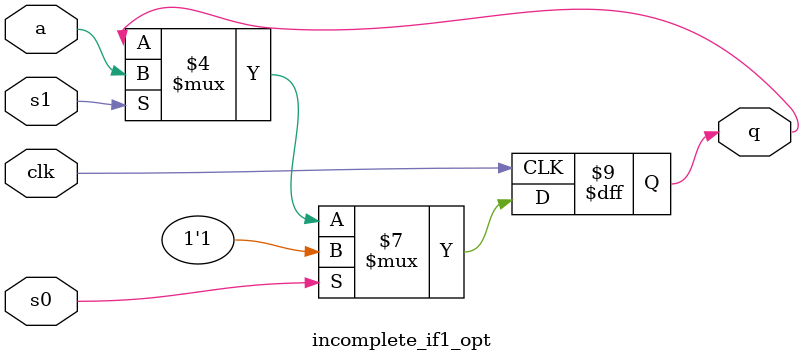
<source format=sv>
module incomplete_if1_opt
(
  input logic clk,
  input logic s0,
  input logic s1,
  input logic a,
  output logic q
);
  always_ff @(posedge clk) begin
    if (s0 == 1'b1)
      q <= '1;
    else if (s1 == 1'b1)
      q <= a;
  end
endmodule

</source>
